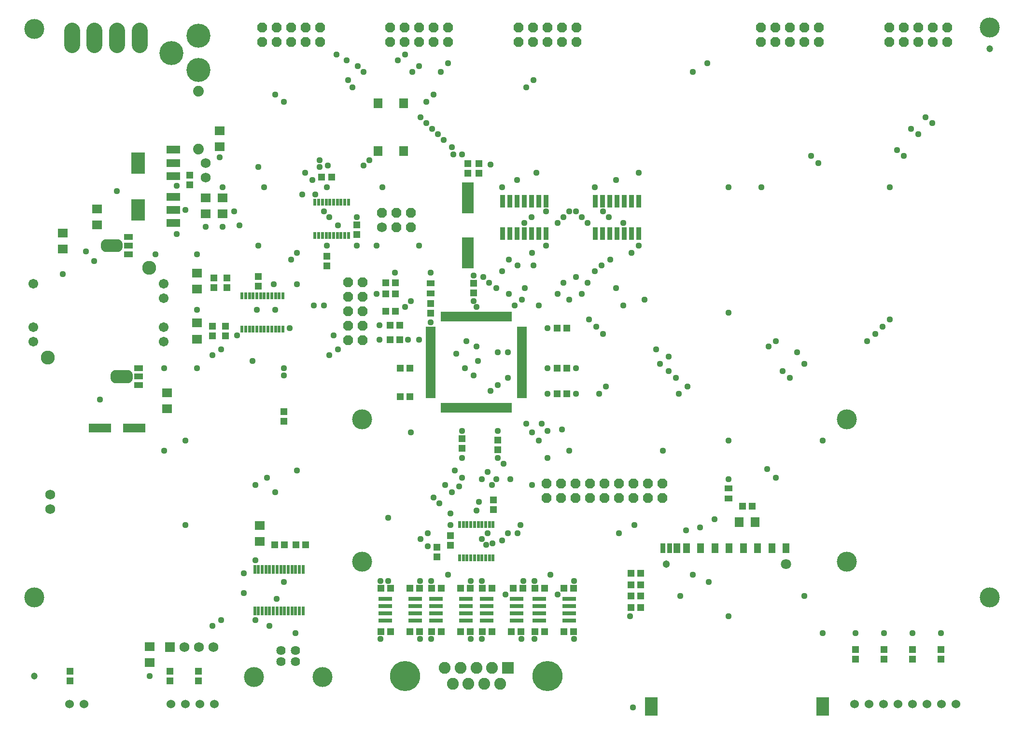
<source format=gts>
G75*
G70*
%OFA0B0*%
%FSLAX24Y24*%
%IPPOS*%
%LPD*%
%AMOC8*
5,1,8,0,0,1.08239X$1,22.5*
%
%ADD10R,0.0671X0.0186*%
%ADD11R,0.0186X0.0671*%
%ADD12R,0.0217X0.0630*%
%ADD13C,0.0640*%
%ADD14C,0.1380*%
%ADD15R,0.0513X0.0474*%
%ADD16R,0.0710X0.0631*%
%ADD17R,0.0840X0.2180*%
%ADD18R,0.0474X0.0513*%
%ADD19OC8,0.0680*%
%ADD20C,0.0680*%
%ADD21C,0.0600*%
%ADD22R,0.0200X0.0470*%
%ADD23R,0.0960X0.0560*%
%ADD24R,0.0946X0.1497*%
%ADD25C,0.0674*%
%ADD26C,0.0966*%
%ADD27C,0.1660*%
%ADD28C,0.0740*%
%ADD29R,0.0680X0.0680*%
%ADD30R,0.0552X0.0395*%
%ADD31R,0.0631X0.0710*%
%ADD32R,0.0340X0.0880*%
%ADD33R,0.0867X0.1261*%
%ADD34R,0.0356X0.0671*%
%ADD35R,0.0474X0.0671*%
%ADD36C,0.0513*%
%ADD37C,0.0710*%
%ADD38C,0.0474*%
%ADD39R,0.1576X0.0631*%
%ADD40C,0.1084*%
%ADD41R,0.0631X0.0395*%
%ADD42C,0.0660*%
%ADD43R,0.0630X0.0394*%
%ADD44R,0.0946X0.0316*%
%ADD45R,0.0820X0.0820*%
%ADD46C,0.0820*%
%ADD47C,0.2080*%
%ADD48C,0.0440*%
D10*
X028598Y025667D03*
X028598Y025864D03*
X028598Y026061D03*
X028598Y026258D03*
X028598Y026455D03*
X028598Y026652D03*
X028598Y026849D03*
X028598Y027045D03*
X028598Y027242D03*
X028598Y027439D03*
X028598Y027636D03*
X028598Y027833D03*
X028598Y028030D03*
X028598Y028226D03*
X028598Y028423D03*
X028598Y028620D03*
X028598Y028817D03*
X028598Y029014D03*
X028598Y029211D03*
X028598Y029408D03*
X028598Y029604D03*
X028598Y029801D03*
X028598Y029998D03*
X028598Y030195D03*
X028598Y030392D03*
X034898Y030392D03*
X034898Y030195D03*
X034898Y029998D03*
X034898Y029801D03*
X034898Y029604D03*
X034898Y029408D03*
X034898Y029211D03*
X034898Y029014D03*
X034898Y028817D03*
X034898Y028620D03*
X034898Y028423D03*
X034898Y028226D03*
X034898Y028030D03*
X034898Y027833D03*
X034898Y027636D03*
X034898Y027439D03*
X034898Y027242D03*
X034898Y027045D03*
X034898Y026849D03*
X034898Y026652D03*
X034898Y026455D03*
X034898Y026258D03*
X034898Y026061D03*
X034898Y025864D03*
X034898Y025667D03*
D11*
X034110Y024880D03*
X033913Y024880D03*
X033717Y024880D03*
X033520Y024880D03*
X033323Y024880D03*
X033126Y024880D03*
X032929Y024880D03*
X032732Y024880D03*
X032535Y024880D03*
X032339Y024880D03*
X032142Y024880D03*
X031945Y024880D03*
X031748Y024880D03*
X031551Y024880D03*
X031354Y024880D03*
X031157Y024880D03*
X030961Y024880D03*
X030764Y024880D03*
X030567Y024880D03*
X030370Y024880D03*
X030173Y024880D03*
X029976Y024880D03*
X029780Y024880D03*
X029583Y024880D03*
X029386Y024880D03*
X029386Y031179D03*
X029583Y031179D03*
X029780Y031179D03*
X029976Y031179D03*
X030173Y031179D03*
X030370Y031179D03*
X030567Y031179D03*
X030764Y031179D03*
X030961Y031179D03*
X031157Y031179D03*
X031354Y031179D03*
X031551Y031179D03*
X031748Y031179D03*
X031945Y031179D03*
X032142Y031179D03*
X032339Y031179D03*
X032535Y031179D03*
X032732Y031179D03*
X032929Y031179D03*
X033126Y031179D03*
X033323Y031179D03*
X033520Y031179D03*
X033717Y031179D03*
X033913Y031179D03*
X034110Y031179D03*
D12*
X019781Y013725D03*
X019526Y013725D03*
X019270Y013725D03*
X019014Y013725D03*
X018758Y013725D03*
X018502Y013725D03*
X018246Y013725D03*
X017990Y013725D03*
X017734Y013725D03*
X017478Y013725D03*
X017222Y013725D03*
X016967Y013725D03*
X016711Y013725D03*
X016455Y013725D03*
X016455Y010846D03*
X016711Y010846D03*
X016967Y010846D03*
X017222Y010846D03*
X017478Y010846D03*
X017734Y010846D03*
X017990Y010846D03*
X018246Y010846D03*
X018502Y010846D03*
X018758Y010846D03*
X019014Y010846D03*
X019270Y010846D03*
X019526Y010846D03*
X019781Y010846D03*
D13*
X019248Y008140D03*
X019248Y007360D03*
X018264Y007360D03*
X018264Y008140D03*
D14*
X016386Y006290D03*
X021126Y006290D03*
X023874Y014250D03*
X023874Y024093D03*
X001236Y011789D03*
X001236Y051061D03*
X057339Y024093D03*
X057339Y014250D03*
X067181Y011789D03*
X067181Y051160D03*
D15*
X037988Y030392D03*
X037319Y030392D03*
X037319Y027636D03*
X037988Y027636D03*
X037988Y025864D03*
X037319Y025864D03*
X027161Y025667D03*
X026492Y025667D03*
X026492Y027636D03*
X027161Y027636D03*
X026472Y029604D03*
X025803Y029604D03*
X025803Y030589D03*
X026472Y030589D03*
X026177Y031573D03*
X025508Y031573D03*
X025508Y032754D03*
X026177Y032754D03*
X026177Y033541D03*
X025508Y033541D03*
X021748Y040825D03*
X021079Y040825D03*
X050114Y018089D03*
X050783Y018089D03*
X043106Y013463D03*
X042437Y013463D03*
X042437Y012675D03*
X043106Y012675D03*
X043106Y011888D03*
X042437Y011888D03*
X042437Y011100D03*
X043106Y011100D03*
X038462Y012439D03*
X037792Y012439D03*
X036462Y012439D03*
X035792Y012439D03*
X034962Y012439D03*
X034292Y012439D03*
X032837Y012439D03*
X032167Y012439D03*
X031337Y012439D03*
X030667Y012439D03*
X029337Y012439D03*
X028667Y012439D03*
X027837Y012439D03*
X027167Y012439D03*
X025837Y012439D03*
X025167Y012439D03*
X025167Y009439D03*
X025837Y009439D03*
X027167Y009439D03*
X027837Y009439D03*
X028667Y009439D03*
X029337Y009439D03*
X030667Y009439D03*
X031337Y009439D03*
X032167Y009439D03*
X032837Y009439D03*
X034167Y009439D03*
X034837Y009439D03*
X035792Y009439D03*
X036462Y009439D03*
X037792Y009439D03*
X038462Y009439D03*
X019976Y015431D03*
X019307Y015431D03*
X018500Y015431D03*
X017831Y015431D03*
D16*
X016787Y015667D03*
X016787Y016770D03*
X010390Y024821D03*
X010390Y025923D03*
X012457Y029644D03*
X012457Y030746D03*
X012457Y033089D03*
X012457Y034191D03*
X013047Y038305D03*
X014228Y038305D03*
X014228Y039408D03*
X013047Y039408D03*
X014031Y042931D03*
X014031Y044034D03*
X005567Y038620D03*
X005567Y037518D03*
X003205Y036947D03*
X003205Y035845D03*
X009209Y008404D03*
X009209Y007301D03*
D17*
X031157Y035578D03*
X031157Y039378D03*
D18*
X031157Y041081D03*
X031945Y041081D03*
X031945Y041750D03*
X031157Y041750D03*
X023480Y037518D03*
X023480Y036849D03*
X021413Y035352D03*
X021413Y034683D03*
X016689Y033974D03*
X016689Y033305D03*
X014524Y033207D03*
X014524Y033876D03*
X013638Y033876D03*
X013638Y033207D03*
X013539Y030530D03*
X013539Y029860D03*
X014425Y029860D03*
X014425Y030530D03*
X018461Y024624D03*
X018461Y023955D03*
X028598Y031435D03*
X028598Y032104D03*
X031551Y032813D03*
X031551Y033482D03*
X030764Y022754D03*
X030764Y022085D03*
X033224Y021986D03*
X033224Y022656D03*
X032929Y018522D03*
X032929Y017852D03*
X029976Y016061D03*
X029976Y015392D03*
X029018Y015274D03*
X029018Y014604D03*
X012555Y006711D03*
X012555Y006041D03*
X010587Y006041D03*
X010587Y006711D03*
X003697Y006711D03*
X003697Y006041D03*
X011965Y040293D03*
X011965Y040963D03*
X057929Y008187D03*
X057929Y007518D03*
X059898Y007518D03*
X059898Y008187D03*
X061866Y008187D03*
X061866Y007518D03*
X063835Y007518D03*
X063835Y008187D03*
D19*
X044606Y018671D03*
X043606Y018671D03*
X042606Y018671D03*
X041606Y018671D03*
X040606Y018671D03*
X039606Y018671D03*
X038606Y018671D03*
X037606Y018671D03*
X036606Y018671D03*
X036606Y019671D03*
X037606Y019671D03*
X038606Y019671D03*
X039606Y019671D03*
X040606Y019671D03*
X041606Y019671D03*
X042606Y019671D03*
X043606Y019671D03*
X044606Y019671D03*
X023882Y029573D03*
X022882Y029573D03*
X022882Y030573D03*
X023882Y030573D03*
X023882Y031573D03*
X022882Y031573D03*
X022882Y032573D03*
X023882Y032573D03*
X023882Y033573D03*
X022882Y033573D03*
X026236Y037372D03*
X026236Y038372D03*
X027236Y038372D03*
X027236Y037372D03*
X025236Y038372D03*
X025811Y050167D03*
X026811Y050167D03*
X027811Y050167D03*
X028811Y050167D03*
X029811Y050167D03*
X029811Y051167D03*
X028811Y051167D03*
X027811Y051167D03*
X026811Y051167D03*
X025811Y051167D03*
X020953Y051167D03*
X019953Y051167D03*
X019953Y050167D03*
X020953Y050167D03*
X018953Y050167D03*
X017953Y050167D03*
X016953Y050167D03*
X016953Y051167D03*
X017953Y051167D03*
X018953Y051167D03*
X034669Y051167D03*
X034669Y050167D03*
X035669Y050167D03*
X036669Y050167D03*
X037669Y050167D03*
X038669Y050167D03*
X038669Y051167D03*
X037669Y051167D03*
X036669Y051167D03*
X035669Y051167D03*
X051402Y051167D03*
X052402Y051167D03*
X053402Y051167D03*
X054402Y051167D03*
X055402Y051167D03*
X055402Y050167D03*
X054402Y050167D03*
X053402Y050167D03*
X052402Y050167D03*
X051402Y050167D03*
X060260Y050167D03*
X061260Y050167D03*
X062260Y050167D03*
X063260Y050167D03*
X064260Y050167D03*
X064260Y051167D03*
X063260Y051167D03*
X062260Y051167D03*
X061260Y051167D03*
X060260Y051167D03*
D20*
X025236Y037372D03*
X013047Y040809D03*
X013047Y041809D03*
X002319Y018892D03*
X002319Y017892D03*
X011587Y008345D03*
X012587Y008345D03*
X013587Y008345D03*
D21*
X003652Y004439D03*
X004652Y004439D03*
X010652Y004439D03*
X011652Y004439D03*
X012652Y004439D03*
X013652Y004439D03*
X057852Y004439D03*
X058852Y004439D03*
X059852Y004439D03*
X060852Y004439D03*
X061852Y004439D03*
X062852Y004439D03*
X063852Y004439D03*
X064852Y004439D03*
D22*
X032904Y014540D03*
X032648Y014540D03*
X032392Y014540D03*
X032136Y014540D03*
X031880Y014540D03*
X031624Y014540D03*
X031368Y014540D03*
X031112Y014540D03*
X030856Y014540D03*
X030600Y014540D03*
X030600Y016838D03*
X030856Y016838D03*
X031112Y016838D03*
X031368Y016838D03*
X031624Y016838D03*
X031880Y016838D03*
X032136Y016838D03*
X032392Y016838D03*
X032648Y016838D03*
X032904Y016838D03*
X018392Y030326D03*
X018136Y030326D03*
X017880Y030326D03*
X017624Y030326D03*
X017368Y030326D03*
X017112Y030326D03*
X016856Y030326D03*
X016600Y030326D03*
X016344Y030326D03*
X016089Y030326D03*
X015833Y030326D03*
X015577Y030326D03*
X015577Y032623D03*
X015833Y032623D03*
X016089Y032623D03*
X016344Y032623D03*
X016600Y032623D03*
X016856Y032623D03*
X017112Y032623D03*
X017368Y032623D03*
X017624Y032623D03*
X017880Y032623D03*
X018136Y032623D03*
X018392Y032623D03*
X020612Y036806D03*
X020868Y036806D03*
X021124Y036806D03*
X021380Y036806D03*
X021636Y036806D03*
X021892Y036806D03*
X022148Y036806D03*
X022404Y036806D03*
X022659Y036806D03*
X022915Y036806D03*
X022915Y039104D03*
X022659Y039104D03*
X022404Y039104D03*
X022148Y039104D03*
X021892Y039104D03*
X021636Y039104D03*
X021380Y039104D03*
X021124Y039104D03*
X020868Y039104D03*
X020612Y039104D03*
D23*
X010822Y039471D03*
X010822Y038561D03*
X010822Y037651D03*
X010822Y040899D03*
X010822Y041809D03*
X010822Y042719D03*
D24*
X008382Y041809D03*
X008382Y038561D03*
D25*
X010165Y033474D03*
X010165Y032474D03*
X010165Y030474D03*
X010165Y029474D03*
X001165Y029474D03*
X001165Y030474D03*
X001165Y033474D03*
D26*
X002165Y028374D03*
X009165Y034574D03*
D27*
X012555Y048226D03*
X010705Y049408D03*
X012555Y050589D03*
D28*
X012555Y046762D03*
X012555Y042762D03*
D29*
X010587Y008345D03*
D30*
X028598Y032793D03*
X028598Y033502D03*
X049169Y019329D03*
X049169Y018620D03*
D31*
X049898Y017006D03*
X051000Y017006D03*
X026728Y042616D03*
X024957Y042616D03*
X024957Y045923D03*
X026728Y045923D03*
D32*
X033549Y039151D03*
X034049Y039151D03*
X034549Y039151D03*
X035049Y039151D03*
X035549Y039151D03*
X036049Y039151D03*
X036549Y039151D03*
X036549Y036916D03*
X036049Y036916D03*
X035549Y036916D03*
X035049Y036916D03*
X034549Y036916D03*
X034049Y036916D03*
X033549Y036916D03*
X039947Y036916D03*
X040447Y036916D03*
X040947Y036916D03*
X041447Y036916D03*
X041947Y036916D03*
X042447Y036916D03*
X042947Y036916D03*
X042947Y039151D03*
X042447Y039151D03*
X041947Y039151D03*
X041447Y039151D03*
X040947Y039151D03*
X040447Y039151D03*
X039947Y039151D03*
D33*
X043819Y004266D03*
X055670Y004264D03*
D34*
X045098Y015193D03*
X044626Y015191D03*
D35*
X045611Y015191D03*
X046276Y015191D03*
X047228Y015191D03*
X048213Y015191D03*
X049197Y015191D03*
X050181Y015191D03*
X051165Y015191D03*
X052150Y015191D03*
X053134Y015191D03*
D36*
X044874Y014089D03*
D37*
X053142Y014089D03*
D38*
X067181Y049683D03*
X001236Y006376D03*
D39*
X005764Y023502D03*
X008126Y023502D03*
D40*
X008496Y049969D02*
X008496Y050973D01*
X006937Y050973D02*
X006937Y049969D01*
X005378Y049969D02*
X005378Y050973D01*
X003819Y050973D02*
X003819Y049969D01*
D41*
X007725Y036691D03*
X007725Y035510D03*
X008414Y027636D03*
X008414Y026455D03*
D42*
X007692Y026935D02*
X007692Y027155D01*
X007692Y026935D02*
X006836Y026935D01*
X006836Y027155D01*
X007692Y027155D01*
X007003Y035990D02*
X007003Y036210D01*
X007003Y035990D02*
X006147Y035990D01*
X006147Y036210D01*
X007003Y036210D01*
D43*
X007724Y036100D03*
X008413Y027045D03*
D44*
X025478Y011689D03*
X025478Y011189D03*
X025478Y010689D03*
X025478Y010189D03*
X027526Y010189D03*
X027526Y010689D03*
X027526Y011189D03*
X027526Y011689D03*
X028978Y011689D03*
X028978Y011189D03*
X028978Y010689D03*
X028978Y010189D03*
X031026Y010189D03*
X031026Y010689D03*
X031026Y011189D03*
X031026Y011689D03*
X032478Y011689D03*
X032478Y011189D03*
X032478Y010689D03*
X032478Y010189D03*
X034526Y010189D03*
X034526Y010689D03*
X034526Y011189D03*
X034526Y011689D03*
X036103Y011689D03*
X036103Y011189D03*
X036103Y010689D03*
X036103Y010189D03*
X038151Y010189D03*
X038151Y010689D03*
X038151Y011189D03*
X038151Y011689D03*
D45*
X033929Y006935D03*
D46*
X032839Y006935D03*
X031748Y006935D03*
X030657Y006935D03*
X029567Y006935D03*
X030114Y005817D03*
X031205Y005817D03*
X032291Y005817D03*
X033382Y005817D03*
D47*
X036669Y006376D03*
X026827Y006376D03*
D48*
X027877Y008939D03*
X028627Y008939D03*
X031377Y008939D03*
X032127Y008939D03*
X034877Y008939D03*
X035752Y008939D03*
X038502Y008939D03*
X042378Y010510D03*
X045823Y011888D03*
X046709Y013364D03*
X047791Y012872D03*
X049169Y010510D03*
X054386Y011888D03*
X055665Y009329D03*
X057929Y009329D03*
X059898Y009329D03*
X061866Y009329D03*
X063835Y009329D03*
X052417Y020057D03*
X051827Y020648D03*
X049169Y019959D03*
X049169Y022616D03*
X044642Y021927D03*
X045724Y025864D03*
X046315Y026356D03*
X045528Y026947D03*
X045035Y027439D03*
X044445Y027931D03*
X045035Y028423D03*
X044150Y028915D03*
X040508Y029998D03*
X040016Y030490D03*
X039524Y030982D03*
X038146Y032360D03*
X037358Y032754D03*
X037752Y033541D03*
X038638Y033935D03*
X039425Y033541D03*
X039031Y032754D03*
X039917Y034329D03*
X040409Y034723D03*
X041000Y035116D03*
X042476Y035608D03*
X042969Y036100D03*
X041886Y037675D03*
X040902Y038069D03*
X040508Y038463D03*
X039425Y037675D03*
X039031Y038069D03*
X038638Y038463D03*
X038146Y038463D03*
X037752Y038069D03*
X037358Y037675D03*
X036571Y038463D03*
X035549Y038069D03*
X035049Y037675D03*
X036571Y036100D03*
X035587Y035608D03*
X035685Y034723D03*
X034602Y034723D03*
X034012Y035116D03*
X033520Y034329D03*
X032240Y033935D03*
X032634Y033541D03*
X033126Y033148D03*
X034012Y032754D03*
X034406Y031967D03*
X034898Y032360D03*
X036079Y031967D03*
X035094Y033148D03*
X036669Y030392D03*
X033913Y028719D03*
X033224Y028719D03*
X031846Y028128D03*
X030961Y027636D03*
X031551Y027144D03*
X032732Y026061D03*
X033224Y026455D03*
X033913Y026947D03*
X036669Y027636D03*
X038638Y027636D03*
X040705Y026356D03*
X040213Y025864D03*
X038638Y025864D03*
X036669Y025864D03*
X036276Y023797D03*
X036669Y023305D03*
X035587Y023207D03*
X035193Y023797D03*
X036079Y022616D03*
X036669Y021435D03*
X038146Y021927D03*
X037654Y023404D03*
X033618Y021041D03*
X033224Y021435D03*
X032535Y020451D03*
X032142Y019959D03*
X032831Y019565D03*
X033126Y019959D03*
X034110Y019959D03*
X035587Y019565D03*
X034799Y016809D03*
X034602Y016219D03*
X033913Y016219D03*
X033520Y015726D03*
X032877Y015537D03*
X032437Y015431D03*
X032142Y015825D03*
X032535Y016219D03*
X031748Y017793D03*
X031945Y018384D03*
X030567Y019467D03*
X030075Y019073D03*
X029583Y019565D03*
X030272Y020549D03*
X030764Y020057D03*
X030764Y021435D03*
X030764Y023305D03*
X033224Y023305D03*
X027220Y023207D03*
X028795Y018679D03*
X029189Y018286D03*
X029976Y017597D03*
X029976Y016809D03*
X028402Y016219D03*
X027909Y015825D03*
X028402Y015333D03*
X029791Y013353D03*
X028627Y012939D03*
X027877Y012939D03*
X025646Y012939D03*
X025127Y012939D03*
X025127Y008939D03*
X019248Y009329D03*
X017476Y009821D03*
X016492Y010215D03*
X017969Y011691D03*
X018461Y012872D03*
X016492Y014349D03*
X015705Y013463D03*
X015705Y012085D03*
X014130Y010215D03*
X013539Y009821D03*
X009209Y006376D03*
X011669Y016809D03*
X016492Y019565D03*
X017280Y020057D03*
X017870Y019073D03*
X019346Y020549D03*
X025646Y017301D03*
X031377Y012939D03*
X032127Y012939D03*
X033752Y011982D03*
X035002Y012939D03*
X035752Y012939D03*
X036877Y013364D03*
X037377Y011991D03*
X038502Y012939D03*
X041591Y016219D03*
X042673Y016809D03*
X046217Y016415D03*
X047201Y016612D03*
X048185Y017203D03*
X055665Y022616D03*
X053402Y026947D03*
X052909Y027439D03*
X054386Y027931D03*
X053894Y028719D03*
X052417Y029506D03*
X051925Y029112D03*
X049169Y031474D03*
X043362Y032360D03*
X041886Y031967D03*
X041394Y033148D03*
X039917Y040136D03*
X041394Y040628D03*
X042969Y041120D03*
X049169Y040136D03*
X051433Y040136D03*
X054878Y042301D03*
X055370Y041809D03*
X060291Y040136D03*
X061276Y042301D03*
X060783Y042695D03*
X061768Y044171D03*
X062260Y043778D03*
X063244Y044565D03*
X062752Y044959D03*
X047693Y048699D03*
X046709Y048108D03*
X035685Y047518D03*
X035193Y047026D03*
X029780Y048699D03*
X029287Y048108D03*
X027811Y048502D03*
X027319Y048108D03*
X026335Y048896D03*
X026827Y049289D03*
X023972Y048108D03*
X023579Y048502D03*
X022791Y048896D03*
X022102Y049289D03*
X022890Y047518D03*
X023185Y047026D03*
X018461Y046041D03*
X017870Y046534D03*
X020921Y042006D03*
X020921Y041514D03*
X021512Y041612D03*
X020429Y040628D03*
X019937Y041120D03*
X019740Y039644D03*
X020626Y039644D03*
X021413Y040136D03*
X021217Y038463D03*
X021610Y038069D03*
X022201Y037478D03*
X023480Y038069D03*
X023480Y036100D03*
X024858Y036100D03*
X026138Y034230D03*
X024858Y032754D03*
X026827Y031868D03*
X027220Y032262D03*
X028598Y030786D03*
X027811Y029604D03*
X027024Y029604D03*
X025055Y029604D03*
X025055Y030589D03*
X021906Y029900D03*
X022201Y028915D03*
X021610Y028522D03*
X018854Y030392D03*
X017870Y031671D03*
X016591Y031671D03*
X017772Y033443D03*
X019346Y033443D03*
X020528Y031967D03*
X021217Y031967D03*
X018953Y035116D03*
X019346Y035608D03*
X021413Y036100D03*
X016689Y036100D03*
X015409Y037478D03*
X015016Y038463D03*
X014228Y037380D03*
X013047Y037380D03*
X011669Y038561D03*
X011079Y036888D03*
X012457Y035510D03*
X009602Y035510D03*
X005370Y035018D03*
X004780Y035707D03*
X003205Y034132D03*
X006937Y039849D03*
X011079Y040234D03*
X014228Y040136D03*
X014031Y042203D03*
X016689Y041514D03*
X017083Y040136D03*
X023972Y041612D03*
X024366Y042006D03*
X025252Y040136D03*
X029091Y043778D03*
X029484Y043384D03*
X030075Y042892D03*
X030173Y042400D03*
X030764Y042400D03*
X032732Y041711D03*
X033520Y040136D03*
X034549Y040628D03*
X035882Y041120D03*
X028795Y046534D03*
X028303Y046041D03*
X027909Y044959D03*
X028303Y044565D03*
X028697Y044171D03*
X027811Y036100D03*
X028598Y034230D03*
X031551Y034034D03*
X031551Y032262D03*
X031748Y031868D03*
X031059Y029506D03*
X031748Y029112D03*
X030370Y028620D03*
X018461Y027636D03*
X018461Y027144D03*
X016295Y028128D03*
X014130Y028915D03*
X013539Y028522D03*
X012457Y027636D03*
X010193Y027636D03*
X005764Y025471D03*
X010193Y021927D03*
X011669Y022616D03*
X015213Y029900D03*
X012457Y031671D03*
X042575Y004211D03*
X058717Y029506D03*
X059307Y029998D03*
X059799Y030490D03*
X060291Y030982D03*
M02*

</source>
